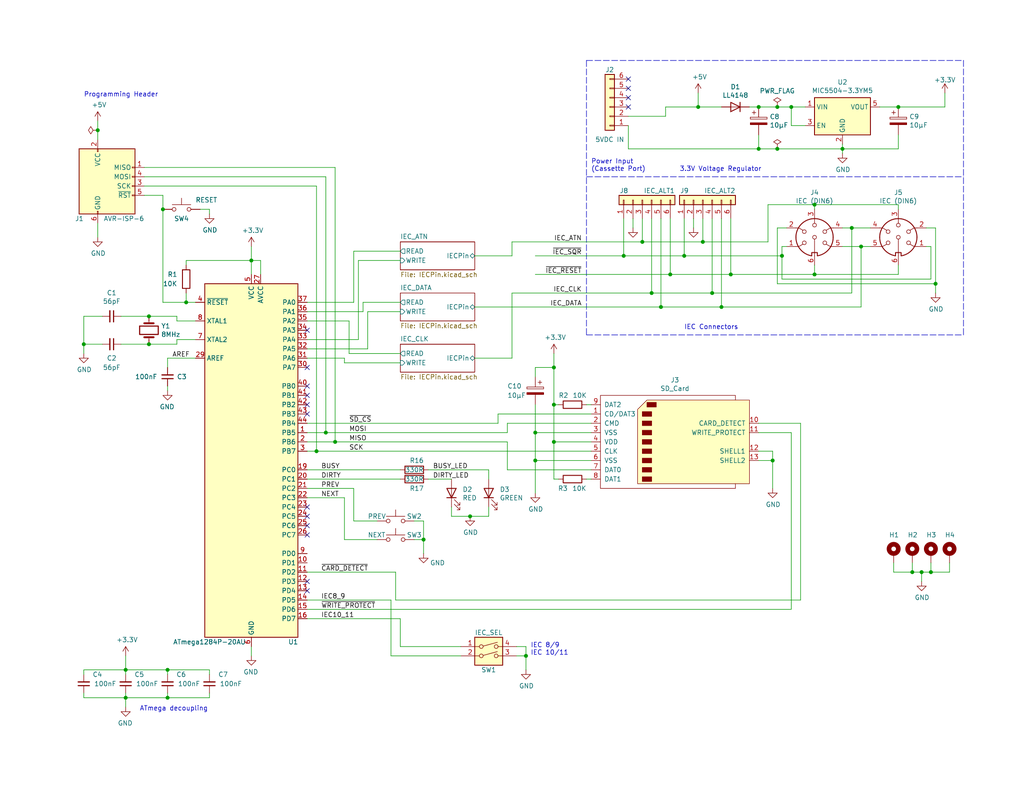
<source format=kicad_sch>
(kicad_sch (version 20211123) (generator eeschema)
  (paper "USLetter")
  (title_block (title "SD2IEC") (date "2022-09-18") (rev "A") (comment 1 "R2 R3 Can be omitted") (comment 2 "SW4 (Reset button) optional") (comment 3 "J5 (IEC Passtrough) optional"))
  (lib_symbols
    (symbol "Connector:AVR-ISP-6" (pin_names (offset 1.016))
      (property "Reference" "J" (at -6.35 11.43 0))
      (property "Value" "AVR-ISP-6" (at 0 11.43 0))
      (symbol "AVR-ISP-6_0_1"
        (rectangle (start -2.667 -6.858) (end -2.413 -7.62))
        (rectangle (start -2.667 10.16) (end -2.413 9.398))
        (rectangle (start 7.62 -2.413) (end 6.858 -2.667))
        (rectangle (start 7.62 0.127) (end 6.858 -0.127))
        (rectangle (start 7.62 2.667) (end 6.858 2.413))
        (rectangle (start 7.62 5.207) (end 6.858 4.953))
        (rectangle (start 7.62 10.16) (end -7.62 -7.62) (stroke (width 0.254)) (fill (type background)))
      )
      (symbol "AVR-ISP-6_1_1"
        (pin passive line (at 10.16 5.08 180) (length 2.54) (name "MISO") (number "1"))
        (pin passive line (at -2.54 12.7 270) (length 2.54) (name "VCC") (number "2"))
        (pin passive line (at 10.16 0 180) (length 2.54) (name "SCK") (number "3"))
        (pin passive line (at 10.16 2.54 180) (length 2.54) (name "MOSI") (number "4"))
        (pin passive line (at 10.16 -2.54 180) (length 2.54) (name "~{RST}") (number "5"))
        (pin passive line (at -2.54 -10.16 90) (length 2.54) (name "GND") (number "6"))
      )
    )
    (symbol "Connector:DIN-6" (pin_names (offset 1.016))
      (property "Reference" "J" (at 3.175 5.715 0))
      (property "Value" "DIN-6" (at 4.445 -4.445 0))
      (symbol "DIN-6_0_1"
        (arc (start -5.08 0) (mid -3.8609 -3.3364) (end -0.762 -5.08) (stroke (width 0.254)))
        (circle (center -2.794 -1.524) (radius 0.508))
        (circle (center -2.794 1.524) (radius 0.508))
        (polyline (pts (xy 0 -5.08) (xy 0 -0.508)))
        (polyline (pts (xy 0 5.08) (xy 0 3.81)))
        (polyline (pts (xy -5.08 -2.54) (xy -4.318 -2.54) (xy -3.175 -1.905)))
        (polyline (pts (xy -5.08 2.54) (xy -4.318 2.54) (xy -3.175 1.905)))
        (polyline (pts (xy 5.08 -2.54) (xy 4.318 -2.54) (xy 3.175 -1.905)))
        (polyline (pts (xy 5.08 2.54) (xy 4.318 2.54) (xy 3.175 1.905)))
        (polyline (pts (xy -0.762 -4.953) (xy -0.762 -4.191) (xy 0.762 -4.191) (xy 0.762 -4.953)) (stroke (width 0.254)))
        (circle (center 0 0) (radius 0.508))
        (circle (center 0 3.302) (radius 0.508))
        (arc (start 0.762 -5.08) (mid 3.8685 -3.343) (end 5.08 0) (stroke (width 0.254)))
        (circle (center 2.794 -1.524) (radius 0.508))
        (circle (center 2.794 1.524) (radius 0.508))
        (arc (start 5.08 0) (mid 0 5.08) (end -5.08 0) (stroke (width 0.254)))
      )
      (symbol "DIN-6_1_1"
        (pin passive line (at -7.62 -2.54 0) (length 2.54) (name "~") (number "1"))
        (pin passive line (at -7.62 2.54 0) (length 2.54) (name "~") (number "2"))
        (pin passive line (at 0 7.62 270) (length 2.54) (name "~") (number "3"))
        (pin passive line (at 7.62 2.54 180) (length 2.54) (name "~") (number "4"))
        (pin passive line (at 7.62 -2.54 180) (length 2.54) (name "~") (number "5"))
        (pin passive line (at 0 -7.62 90) (length 2.54) (name "~") (number "6"))
      )
    )
    (symbol "Connector:SD_Card" (pin_names (offset 1.016))
      (property "Reference" "J" (at -16.51 13.97 0))
      (property "Value" "SD_Card" (at 15.24 -13.97 0))
      (symbol "SD_Card_0_1"
        (rectangle (start -8.89 -9.525) (end -6.35 -10.795) (fill (type outline)))
        (rectangle (start -8.89 -6.985) (end -6.35 -8.255) (fill (type outline)))
        (rectangle (start -8.89 -4.445) (end -6.35 -5.715) (fill (type outline)))
        (rectangle (start -8.89 -1.905) (end -6.35 -3.175) (fill (type outline)))
        (rectangle (start -8.89 0.635) (end -6.35 -0.635) (fill (type outline)))
        (rectangle (start -8.89 3.175) (end -6.35 1.905) (fill (type outline)))
        (rectangle (start -8.89 5.715) (end -6.35 4.445) (fill (type outline)))
        (rectangle (start -8.89 8.255) (end -6.35 6.985) (fill (type outline)))
        (rectangle (start -7.62 10.795) (end -5.08 9.525) (fill (type outline)))
        (polyline (pts (xy -10.16 8.89) (xy -7.62 11.43) (xy 20.32 11.43) (xy 20.32 -11.43) (xy -10.16 -11.43) (xy -10.16 8.89)) (fill (type background)))
        (polyline (pts (xy 16.51 11.43) (xy 16.51 12.7) (xy -20.32 12.7) (xy -20.32 -12.7) (xy 16.51 -12.7) (xy 16.51 -11.43)))
      )
      (symbol "SD_Card_1_1"
        (pin input line (at -22.86 7.62 0) (length 2.54) (name "CD/DAT3") (number "1"))
        (pin input line (at 22.86 5.08 180) (length 2.54) (name "CARD_DETECT") (number "10"))
        (pin input line (at 22.86 2.54 180) (length 2.54) (name "WRITE_PROTECT") (number "11"))
        (pin input line (at 22.86 -2.54 180) (length 2.54) (name "SHELL1") (number "12"))
        (pin input line (at 22.86 -5.08 180) (length 2.54) (name "SHELL2") (number "13"))
        (pin input line (at -22.86 5.08 0) (length 2.54) (name "CMD") (number "2"))
        (pin power_in line (at -22.86 2.54 0) (length 2.54) (name "VSS") (number "3"))
        (pin power_in line (at -22.86 0 0) (length 2.54) (name "VDD") (number "4"))
        (pin input line (at -22.86 -2.54 0) (length 2.54) (name "CLK") (number "5"))
        (pin power_in line (at -22.86 -5.08 0) (length 2.54) (name "VSS") (number "6"))
        (pin input line (at -22.86 -7.62 0) (length 2.54) (name "DAT0") (number "7"))
        (pin input line (at -22.86 -10.16 0) (length 2.54) (name "DAT1") (number "8"))
        (pin input line (at -22.86 10.16 0) (length 2.54) (name "DAT2") (number "9"))
      )
    )
    (symbol "Connector_Generic:Conn_01x06" (pin_names (offset 1.016) hide)
      (property "Reference" "J" (at 0 7.62 0))
      (property "Value" "Conn_01x06" (at 0 -10.16 0))
      (symbol "Conn_01x06_1_1"
        (rectangle (start -1.27 -7.493) (end 0 -7.747) (stroke (width 0.1524)))
        (rectangle (start -1.27 -4.953) (end 0 -5.207) (stroke (width 0.1524)))
        (rectangle (start -1.27 -2.413) (end 0 -2.667) (stroke (width 0.1524)))
        (rectangle (start -1.27 0.127) (end 0 -0.127) (stroke (width 0.1524)))
        (rectangle (start -1.27 2.667) (end 0 2.413) (stroke (width 0.1524)))
        (rectangle (start -1.27 5.207) (end 0 4.953) (stroke (width 0.1524)))
        (rectangle (start -1.27 6.35) (end 1.27 -8.89) (stroke (width 0.254)) (fill (type background)))
        (pin passive line (at -5.08 5.08 0) (length 3.81) (name "Pin_1") (number "1"))
        (pin passive line (at -5.08 2.54 0) (length 3.81) (name "Pin_2") (number "2"))
        (pin passive line (at -5.08 0 0) (length 3.81) (name "Pin_3") (number "3"))
        (pin passive line (at -5.08 -2.54 0) (length 3.81) (name "Pin_4") (number "4"))
        (pin passive line (at -5.08 -5.08 0) (length 3.81) (name "Pin_5") (number "5"))
        (pin passive line (at -5.08 -7.62 0) (length 3.81) (name "Pin_6") (number "6"))
      )
    )
    (symbol "Device:C_Polarized" (pin_numbers hide) (pin_names (offset 0.254))
      (property "Reference" "C" (at 0.635 2.54 0))
      (property "Value" "C_Polarized" (at 0.635 -2.54 0))
      (symbol "C_Polarized_0_1"
        (rectangle (start -2.286 0.508) (end 2.286 1.016))
        (polyline (pts (xy -1.778 2.286) (xy -0.762 2.286)))
        (polyline (pts (xy -1.27 2.794) (xy -1.27 1.778)))
        (rectangle (start 2.286 -0.508) (end -2.286 -1.016) (fill (type outline)))
      )
      (symbol "C_Polarized_1_1"
        (pin passive line (at 0 3.81 270) (length 2.794) (name "~") (number "1"))
        (pin passive line (at 0 -3.81 90) (length 2.794) (name "~") (number "2"))
      )
    )
    (symbol "Device:C_Small" (pin_numbers hide) (pin_names (offset 0.254) hide)
      (property "Reference" "C" (at 0.254 1.778 0))
      (property "Value" "C_Small" (at 0.254 -2.032 0))
      (symbol "C_Small_0_1"
        (polyline (pts (xy -1.524 -0.508) (xy 1.524 -0.508)) (stroke (width 0.3302)))
        (polyline (pts (xy -1.524 0.508) (xy 1.524 0.508)) (stroke (width 0.3048)))
      )
      (symbol "C_Small_1_1"
        (pin passive line (at 0 2.54 270) (length 2.032) (name "~") (number "1"))
        (pin passive line (at 0 -2.54 90) (length 2.032) (name "~") (number "2"))
      )
    )
    (symbol "Device:Crystal" (pin_numbers hide) (pin_names (offset 1.016) hide)
      (property "Reference" "Y" (at 0 3.81 0))
      (property "Value" "Crystal" (at 0 -3.81 0))
      (symbol "Crystal_0_1"
        (rectangle (start -1.143 2.54) (end 1.143 -2.54) (stroke (width 0.3048)))
        (polyline (pts (xy -2.54 0) (xy -1.905 0)))
        (polyline (pts (xy -1.905 -1.27) (xy -1.905 1.27)) (stroke (width 0.508)))
        (polyline (pts (xy 1.905 -1.27) (xy 1.905 1.27)) (stroke (width 0.508)))
        (polyline (pts (xy 2.54 0) (xy 1.905 0)))
      )
      (symbol "Crystal_1_1"
        (pin passive line (at -3.81 0 0) (length 1.27) (name "1") (number "1"))
        (pin passive line (at 3.81 0 180) (length 1.27) (name "2") (number "2"))
      )
    )
    (symbol "Device:LED" (pin_numbers hide) (pin_names (offset 1.016) hide)
      (property "Reference" "D" (at 0 2.54 0))
      (property "Value" "LED" (at 0 -2.54 0))
      (symbol "LED_0_1"
        (polyline (pts (xy -1.27 -1.27) (xy -1.27 1.27)) (stroke (width 0.254)))
        (polyline (pts (xy -1.27 0) (xy 1.27 0)))
        (polyline (pts (xy 1.27 -1.27) (xy 1.27 1.27) (xy -1.27 0) (xy 1.27 -1.27)) (stroke (width 0.254)))
        (polyline (pts (xy -3.048 -0.762) (xy -4.572 -2.286) (xy -3.81 -2.286) (xy -4.572 -2.286) (xy -4.572 -1.524)))
        (polyline (pts (xy -1.778 -0.762) (xy -3.302 -2.286) (xy -2.54 -2.286) (xy -3.302 -2.286) (xy -3.302 -1.524)))
      )
      (symbol "LED_1_1"
        (pin passive line (at -3.81 0 0) (length 2.54) (name "K") (number "1"))
        (pin passive line (at 3.81 0 180) (length 2.54) (name "A") (number "2"))
      )
    )
    (symbol "Device:R" (pin_numbers hide) (pin_names (offset 0))
      (property "Reference" "R" (at 2.032 0 90))
      (property "Value" "R" (at 0 0 90))
      (symbol "R_0_1"
        (rectangle (start -1.016 -2.54) (end 1.016 2.54) (stroke (width 0.254)))
      )
      (symbol "R_1_1"
        (pin passive line (at 0 3.81 270) (length 1.27) (name "~") (number "1"))
        (pin passive line (at 0 -3.81 90) (length 1.27) (name "~") (number "2"))
      )
    )
    (symbol "Diode:LL4148" (pin_numbers hide) (pin_names (offset 1.016) hide)
      (property "Reference" "D" (at 0 2.54 0))
      (property "Value" "LL4148" (at 0 -2.54 0))
      (symbol "LL4148_0_1"
        (polyline (pts (xy -1.27 1.27) (xy -1.27 -1.27)) (stroke (width 0.254)))
        (polyline (pts (xy 1.27 0) (xy -1.27 0)))
        (polyline (pts (xy 1.27 1.27) (xy 1.27 -1.27) (xy -1.27 0) (xy 1.27 1.27)) (stroke (width 0.254)))
      )
      (symbol "LL4148_1_1"
        (pin passive line (at -3.81 0 0) (length 2.54) (name "K") (number "1"))
        (pin passive line (at 3.81 0 180) (length 2.54) (name "A") (number "2"))
      )
    )
    (symbol "MCU_Microchip_ATmega:ATmega1284P-A"
      (property "Reference" "U" (at -12.7 49.53 0))
      (property "Value" "ATmega1284P-A" (at 2.54 -49.53 0))
      (symbol "ATmega1284P-A_0_1"
        (rectangle (start -12.7 -48.26) (end 12.7 48.26) (stroke (width 0.254)) (fill (type background)))
      )
      (symbol "ATmega1284P-A_1_1"
        (pin bidirectional line (at 15.24 7.62 180) (length 2.54) (name "PB5") (number "1"))
        (pin bidirectional line (at 15.24 -27.94 180) (length 2.54) (name "PD1") (number "10"))
        (pin bidirectional line (at 15.24 -30.48 180) (length 2.54) (name "PD2") (number "11"))
        (pin bidirectional line (at 15.24 -33.02 180) (length 2.54) (name "PD3") (number "12"))
        (pin bidirectional line (at 15.24 -35.56 180) (length 2.54) (name "PD4") (number "13"))
        (pin bidirectional line (at 15.24 -38.1 180) (length 2.54) (name "PD5") (number "14"))
        (pin bidirectional line (at 15.24 -40.64 180) (length 2.54) (name "PD6") (number "15"))
        (pin bidirectional line (at 15.24 -43.18 180) (length 2.54) (name "PD7") (number "16"))
        (pin passive line (at 0 50.8 270) (length 2.54) hide (name "VCC") (number "17"))
        (pin passive line (at 0 -50.8 90) (length 2.54) hide (name "GND") (number "18"))
        (pin bidirectional line (at 15.24 -2.54 180) (length 2.54) (name "PC0") (number "19"))
        (pin bidirectional line (at 15.24 5.08 180) (length 2.54) (name "PB6") (number "2"))
        (pin bidirectional line (at 15.24 -5.08 180) (length 2.54) (name "PC1") (number "20"))
        (pin bidirectional line (at 15.24 -7.62 180) (length 2.54) (name "PC2") (number "21"))
        (pin bidirectional line (at 15.24 -10.16 180) (length 2.54) (name "PC3") (number "22"))
        (pin bidirectional line (at 15.24 -12.7 180) (length 2.54) (name "PC4") (number "23"))
        (pin bidirectional line (at 15.24 -15.24 180) (length 2.54) (name "PC5") (number "24"))
        (pin bidirectional line (at 15.24 -17.78 180) (length 2.54) (name "PC6") (number "25"))
        (pin bidirectional line (at 15.24 -20.32 180) (length 2.54) (name "PC7") (number "26"))
        (pin power_in line (at 2.54 50.8 270) (length 2.54) (name "AVCC") (number "27"))
        (pin passive line (at 0 -50.8 90) (length 2.54) hide (name "GND") (number "28"))
        (pin passive line (at -15.24 27.94 0) (length 2.54) (name "AREF") (number "29"))
        (pin bidirectional line (at 15.24 2.54 180) (length 2.54) (name "PB7") (number "3"))
        (pin bidirectional line (at 15.24 25.4 180) (length 2.54) (name "PA7") (number "30"))
        (pin bidirectional line (at 15.24 27.94 180) (length 2.54) (name "PA6") (number "31"))
        (pin bidirectional line (at 15.24 30.48 180) (length 2.54) (name "PA5") (number "32"))
        (pin bidirectional line (at 15.24 33.02 180) (length 2.54) (name "PA4") (number "33"))
        (pin bidirectional line (at 15.24 35.56 180) (length 2.54) (name "PA3") (number "34"))
        (pin bidirectional line (at 15.24 38.1 180) (length 2.54) (name "PA2") (number "35"))
        (pin bidirectional line (at 15.24 40.64 180) (length 2.54) (name "PA1") (number "36"))
        (pin bidirectional line (at 15.24 43.18 180) (length 2.54) (name "PA0") (number "37"))
        (pin passive line (at 0 50.8 270) (length 2.54) hide (name "VCC") (number "38"))
        (pin passive line (at 0 -50.8 90) (length 2.54) hide (name "GND") (number "39"))
        (pin input line (at -15.24 43.18 0) (length 2.54) (name "~{RESET}") (number "4"))
        (pin bidirectional line (at 15.24 20.32 180) (length 2.54) (name "PB0") (number "40"))
        (pin bidirectional line (at 15.24 17.78 180) (length 2.54) (name "PB1") (number "41"))
        (pin bidirectional line (at 15.24 15.24 180) (length 2.54) (name "PB2") (number "42"))
        (pin bidirectional line (at 15.24 12.7 180) (length 2.54) (name "PB3") (number "43"))
        (pin bidirectional line (at 15.24 10.16 180) (length 2.54) (name "PB4") (number "44"))
        (pin power_in line (at 0 50.8 270) (length 2.54) (name "VCC") (number "5"))
        (pin power_in line (at 0 -50.8 90) (length 2.54) (name "GND") (number "6"))
        (pin output line (at -15.24 33.02 0) (length 2.54) (name "XTAL2") (number "7"))
        (pin input line (at -15.24 38.1 0) (length 2.54) (name "XTAL1") (number "8"))
        (pin bidirectional line (at 15.24 -25.4 180) (length 2.54) (name "PD0") (number "9"))
      )
    )
    (symbol "Mechanical:MountingHole_Pad" (pin_numbers hide) (pin_names (offset 1.016) hide)
      (property "Reference" "H" (at 0 6.35 0))
      (property "Value" "MountingHole_Pad" (at 0 4.445 0))
      (symbol "MountingHole_Pad_0_1"
        (circle (center 0 1.27) (radius 1.27) (stroke (width 1.27)))
      )
      (symbol "MountingHole_Pad_1_1"
        (pin input line (at 0 -2.54 90) (length 2.54) (name "1") (number "1"))
      )
    )
    (symbol "Regulator_Linear:MIC5504-3.3YM5"
      (property "Reference" "U" (at -7.62 8.89 0))
      (property "Value" "MIC5504-3.3YM5" (at -7.62 6.35 0))
      (symbol "MIC5504-3.3YM5_0_1"
        (rectangle (start -7.62 -5.08) (end 7.62 5.08) (stroke (width 0.254)) (fill (type background)))
      )
      (symbol "MIC5504-3.3YM5_1_1"
        (pin power_in line (at -10.16 2.54 0) (length 2.54) (name "VIN") (number "1"))
        (pin power_in line (at 0 -7.62 90) (length 2.54) (name "GND") (number "2"))
        (pin input line (at -10.16 -2.54 0) (length 2.54) (name "EN") (number "3"))
        (pin no_connect line (at 7.62 -2.54 180) (length 2.54) hide (name "NC") (number "4"))
        (pin power_out line (at 10.16 2.54 180) (length 2.54) (name "VOUT") (number "5"))
      )
    )
    (symbol "Switch:SW_DIP_x02" (pin_names (offset 0) hide)
      (property "Reference" "SW" (at 0 6.35 0))
      (property "Value" "SW_DIP_x02" (at 0 -3.81 0))
      (symbol "SW_DIP_x02_0_0"
        (circle (center -2.032 0) (radius 0.508))
        (circle (center -2.032 2.54) (radius 0.508))
        (polyline (pts (xy -1.524 0.127) (xy 2.3622 1.1684)))
        (polyline (pts (xy -1.524 2.667) (xy 2.3622 3.7084)))
        (circle (center 2.032 0) (radius 0.508))
        (circle (center 2.032 2.54) (radius 0.508))
      )
      (symbol "SW_DIP_x02_0_1"
        (rectangle (start -3.81 5.08) (end 3.81 -2.54) (stroke (width 0.254)) (fill (type background)))
      )
      (symbol "SW_DIP_x02_1_1"
        (pin passive line (at -7.62 2.54 0) (length 5.08) (name "~") (number "1"))
        (pin passive line (at -7.62 0 0) (length 5.08) (name "~") (number "2"))
        (pin passive line (at 7.62 0 180) (length 5.08) (name "~") (number "3"))
        (pin passive line (at 7.62 2.54 180) (length 5.08) (name "~") (number "4"))
      )
    )
    (symbol "Switch:SW_Push" (pin_numbers hide) (pin_names (offset 1.016) hide)
      (property "Reference" "SW" (at 1.27 2.54 0))
      (property "Value" "SW_Push" (at 0 -1.524 0))
      (symbol "SW_Push_0_1"
        (circle (center -2.032 0) (radius 0.508))
        (polyline (pts (xy 0 1.27) (xy 0 3.048)))
        (polyline (pts (xy 2.54 1.27) (xy -2.54 1.27)))
        (circle (center 2.032 0) (radius 0.508))
        (pin passive line (at -5.08 0 0) (length 2.54) (name "1") (number "1"))
        (pin passive line (at 5.08 0 180) (length 2.54) (name "2") (number "2"))
      )
    )
    (symbol "power:+3.3V" (power) (pin_names (offset 0))
      (property "Value" "+3.3V" (at 0 3.556 0))
      (symbol "+3.3V_0_1"
        (polyline (pts (xy -0.762 1.27) (xy 0 2.54)))
        (polyline (pts (xy 0 0) (xy 0 2.54)))
        (polyline (pts (xy 0 2.54) (xy 0.762 1.27)))
      )
      (symbol "+3.3V_1_1"
        (pin power_in line (at 0 0 90) (length 0) hide (name "+3.3V") (number "1"))
      )
    )
    (symbol "power:+5V" (power) (pin_names (offset 0))
      (property "Value" "+5V" (at 0 3.556 0))
      (symbol "+5V_0_1"
        (polyline (pts (xy -0.762 1.27) (xy 0 2.54)))
        (polyline (pts (xy 0 0) (xy 0 2.54)))
        (polyline (pts (xy 0 2.54) (xy 0.762 1.27)))
      )
      (symbol "+5V_1_1"
        (pin power_in line (at 0 0 90) (length 0) hide (name "+5V") (number "1"))
      )
    )
    (symbol "power:GND" (power) (pin_names (offset 0))
      (property "Value" "GND" (at 0 -3.81 0))
      (symbol "GND_0_1"
        (polyline (pts (xy 0 0) (xy 0 -1.27) (xy 1.27 -1.27) (xy 0 -2.54) (xy -1.27 -1.27) (xy 0 -1.27)))
      )
      (symbol "GND_1_1"
        (pin power_in line (at 0 0 270) (length 0) hide (name "GND") (number "1"))
      )
    )
    (symbol "power:PWR_FLAG" (power) (pin_numbers hide) (pin_names (offset 0) hide)
      (property "Value" "PWR_FLAG" (at 0 3.81 0))
      (symbol "PWR_FLAG_0_0"
        (pin power_out line (at 0 0 90) (length 0) (name "pwr") (number "1"))
      )
      (symbol "PWR_FLAG_0_1"
        (polyline (pts (xy 0 0) (xy 0 1.27) (xy -1.016 1.905) (xy 0 2.54) (xy 1.016 1.905) (xy 0 1.27)))
      )
    )
  )
  (junction (at 190.5 29.21))
  (junction (at 254 156.21))
  (junction (at 207.01 29.21))
  (junction (at 232.41 62.23))
  (junction (at 34.29 182.88))
  (junction (at 170.18 69.85))
  (junction (at 34.29 190.5))
  (junction (at 210.82 125.73))
  (junction (at 44.45 57.15))
  (junction (at 229.87 40.64))
  (junction (at 151.13 120.65))
  (junction (at 40.64 93.98))
  (junction (at 88.9 118.11))
  (junction (at 40.64 86.36))
  (junction (at 255.27 77.47))
  (junction (at 196.85 83.82))
  (junction (at 222.25 74.93))
  (junction (at 182.88 74.93))
  (junction (at 45.72 182.88))
  (junction (at 251.46 156.21))
  (junction (at 248.92 156.21))
  (junction (at 143.51 179.07))
  (junction (at 177.8 80.01))
  (junction (at 151.13 110.49))
  (junction (at 186.69 69.85))
  (junction (at 245.11 29.21))
  (junction (at 175.26 66.04))
  (junction (at 215.9 29.21))
  (junction (at 234.95 67.31))
  (junction (at 191.77 66.04))
  (junction (at 22.86 93.98))
  (junction (at 115.57 147.32))
  (junction (at 50.8 82.55))
  (junction (at 212.09 40.64))
  (junction (at 146.05 125.73))
  (junction (at 207.01 40.64))
  (junction (at 151.13 100.33))
  (junction (at 45.72 190.5))
  (junction (at 212.09 29.21))
  (junction (at 222.25 55.88))
  (junction (at 128.27 140.97))
  (junction (at 180.34 83.82))
  (junction (at 146.05 118.11))
  (junction (at 194.31 80.01))
  (junction (at 213.36 69.85))
  (junction (at 26.67 35.56))
  (junction (at 68.58 71.12))
  (junction (at 91.44 120.65))
  (junction (at 199.39 74.93))
  (junction (at 86.36 123.19))
  (no_connect (at 83.82 90.17))
  (no_connect (at 83.82 107.95))
  (no_connect (at 83.82 105.41))
  (no_connect (at 83.82 158.75))
  (no_connect (at 83.82 138.43))
  (no_connect (at 83.82 140.97))
  (no_connect (at 83.82 143.51))
  (no_connect (at 83.82 146.05))
  (no_connect (at 83.82 161.29))
  (no_connect (at 171.45 21.59))
  (no_connect (at 171.45 24.13))
  (no_connect (at 171.45 26.67))
  (no_connect (at 171.45 29.21))
  (no_connect (at 83.82 100.33))
  (no_connect (at 83.82 113.03))
  (no_connect (at 83.82 110.49))
  (wire (pts (xy 48.26 92.71) (xy 53.34 92.71)))
  (wire (pts (xy 232.41 62.23) (xy 237.49 62.23)))
  (wire (pts (xy 170.18 59.69) (xy 170.18 69.85)))
  (wire (pts (xy 96.52 142.24) (xy 102.87 142.24)))
  (wire (pts (xy 96.52 68.58) (xy 109.22 68.58)))
  (wire (pts (xy 210.82 125.73) (xy 210.82 133.35)))
  (wire (pts (xy 191.77 66.04) (xy 209.55 66.04)))
  (wire (pts (xy 207.01 36.83) (xy 207.01 40.64)))
  (wire (pts (xy 215.9 166.37) (xy 83.82 166.37)))
  (wire (pts (xy 209.55 55.88) (xy 222.25 55.88)))
  (wire (pts (xy 135.89 115.57) (xy 135.89 113.03)))
  (wire (pts (xy 91.44 120.65) (xy 138.43 120.65)))
  (wire (pts (xy 219.71 34.29) (xy 215.9 34.29)))
  (wire (pts (xy 161.29 125.73) (xy 146.05 125.73)))
  (wire (pts (xy 240.03 29.21) (xy 245.11 29.21)))
  (wire (pts (xy 175.26 59.69) (xy 175.26 66.04)))
  (wire (pts (xy 151.13 130.81) (xy 152.4 130.81)))
  (wire (pts (xy 57.15 182.88) (xy 45.72 182.88)))
  (wire (pts (xy 210.82 123.19) (xy 210.82 125.73)))
  (wire (pts (xy 95.25 87.63) (xy 95.25 96.52)))
  (wire (pts (xy 83.82 163.83) (xy 106.68 163.83)))
  (wire (pts (xy 26.67 35.56) (xy 26.67 38.1)))
  (wire (pts (xy 88.9 48.26) (xy 88.9 118.11)))
  (polyline (pts (xy 160.02 16.51) (xy 160.02 91.44)))
  (wire (pts (xy 171.45 40.64) (xy 207.01 40.64)))
  (wire (pts (xy 222.25 55.88) (xy 245.11 55.88)))
  (wire (pts (xy 229.87 40.64) (xy 229.87 39.37)))
  (wire (pts (xy 213.36 69.85) (xy 213.36 67.31)))
  (wire (pts (xy 83.82 115.57) (xy 135.89 115.57)))
  (wire (pts (xy 177.8 59.69) (xy 177.8 80.01)))
  (wire (pts (xy 151.13 120.65) (xy 151.13 130.81)))
  (wire (pts (xy 93.98 135.89) (xy 93.98 147.32)))
  (wire (pts (xy 194.31 59.69) (xy 194.31 80.01)))
  (wire (pts (xy 252.73 67.31) (xy 254 67.31)))
  (wire (pts (xy 138.43 115.57) (xy 161.29 115.57)))
  (wire (pts (xy 194.31 80.01) (xy 232.41 80.01)))
  (wire (pts (xy 139.7 69.85) (xy 129.54 69.85)))
  (wire (pts (xy 40.64 93.98) (xy 48.26 93.98)))
  (wire (pts (xy 39.37 53.34) (xy 44.45 53.34)))
  (wire (pts (xy 95.25 96.52) (xy 109.22 96.52)))
  (wire (pts (xy 212.09 62.23) (xy 212.09 77.47)))
  (wire (pts (xy 106.68 179.07) (xy 125.73 179.07)))
  (polyline (pts (xy 160.02 48.26) (xy 262.89 48.26)))
  (wire (pts (xy 232.41 62.23) (xy 232.41 80.01)))
  (wire (pts (xy 99.06 82.55) (xy 109.22 82.55)))
  (wire (pts (xy 50.8 80.01) (xy 50.8 82.55)))
  (wire (pts (xy 68.58 179.07) (xy 68.58 176.53)))
  (wire (pts (xy 45.72 105.41) (xy 45.72 106.68)))
  (wire (pts (xy 97.79 71.12) (xy 109.22 71.12)))
  (wire (pts (xy 88.9 118.11) (xy 83.82 118.11)))
  (wire (pts (xy 48.26 86.36) (xy 40.64 86.36)))
  (wire (pts (xy 212.09 29.21) (xy 215.9 29.21)))
  (wire (pts (xy 68.58 67.31) (xy 68.58 71.12)))
  (wire (pts (xy 22.86 86.36) (xy 27.94 86.36)))
  (wire (pts (xy 254 153.67) (xy 254 156.21)))
  (wire (pts (xy 255.27 77.47) (xy 255.27 62.23)))
  (wire (pts (xy 26.67 33.02) (xy 26.67 35.56)))
  (wire (pts (xy 106.68 163.83) (xy 106.68 179.07)))
  (wire (pts (xy 207.01 115.57) (xy 218.44 115.57)))
  (wire (pts (xy 151.13 120.65) (xy 161.29 120.65)))
  (wire (pts (xy 143.51 179.07) (xy 143.51 182.88)))
  (wire (pts (xy 116.84 130.81) (xy 123.19 130.81)))
  (wire (pts (xy 45.72 189.23) (xy 45.72 190.5)))
  (wire (pts (xy 83.82 128.27) (xy 109.22 128.27)))
  (wire (pts (xy 22.86 190.5) (xy 22.86 189.23)))
  (wire (pts (xy 26.67 64.77) (xy 26.67 60.96)))
  (wire (pts (xy 171.45 40.64) (xy 171.45 34.29)))
  (wire (pts (xy 140.97 176.53) (xy 143.51 176.53)))
  (polyline (pts (xy 160.02 16.51) (xy 262.89 16.51)))
  (wire (pts (xy 34.29 189.23) (xy 34.29 190.5)))
  (wire (pts (xy 53.34 97.79) (xy 45.72 97.79)))
  (wire (pts (xy 71.12 74.93) (xy 71.12 71.12)))
  (wire (pts (xy 212.09 77.47) (xy 255.27 77.47)))
  (wire (pts (xy 212.09 40.64) (xy 229.87 40.64)))
  (wire (pts (xy 182.88 59.69) (xy 182.88 74.93)))
  (wire (pts (xy 109.22 176.53) (xy 125.73 176.53)))
  (wire (pts (xy 50.8 72.39) (xy 50.8 71.12)))
  (wire (pts (xy 139.7 66.04) (xy 139.7 69.85)))
  (wire (pts (xy 116.84 128.27) (xy 133.35 128.27)))
  (wire (pts (xy 83.82 82.55) (xy 96.52 82.55)))
  (wire (pts (xy 222.25 72.39) (xy 222.25 74.93)))
  (wire (pts (xy 68.58 74.93) (xy 68.58 71.12)))
  (wire (pts (xy 254 156.21) (xy 259.08 156.21)))
  (wire (pts (xy 191.77 59.69) (xy 191.77 66.04)))
  (wire (pts (xy 133.35 128.27) (xy 133.35 130.81)))
  (wire (pts (xy 251.46 156.21) (xy 254 156.21)))
  (wire (pts (xy 181.61 31.75) (xy 181.61 29.21)))
  (wire (pts (xy 107.95 156.21) (xy 107.95 163.83)))
  (wire (pts (xy 207.01 125.73) (xy 210.82 125.73)))
  (wire (pts (xy 229.87 41.91) (xy 229.87 40.64)))
  (wire (pts (xy 207.01 118.11) (xy 215.9 118.11)))
  (wire (pts (xy 93.98 97.79) (xy 93.98 99.06)))
  (wire (pts (xy 86.36 123.19) (xy 161.29 123.19)))
  (wire (pts (xy 22.86 190.5) (xy 34.29 190.5)))
  (wire (pts (xy 251.46 156.21) (xy 251.46 158.75)))
  (wire (pts (xy 100.33 95.25) (xy 100.33 85.09)))
  (wire (pts (xy 139.7 80.01) (xy 139.7 97.79)))
  (wire (pts (xy 214.63 62.23) (xy 212.09 62.23)))
  (wire (pts (xy 234.95 67.31) (xy 234.95 83.82)))
  (wire (pts (xy 138.43 128.27) (xy 161.29 128.27)))
  (wire (pts (xy 255.27 62.23) (xy 252.73 62.23)))
  (wire (pts (xy 107.95 163.83) (xy 218.44 163.83)))
  (wire (pts (xy 175.26 66.04) (xy 191.77 66.04)))
  (wire (pts (xy 151.13 100.33) (xy 151.13 96.52)))
  (wire (pts (xy 138.43 120.65) (xy 138.43 128.27)))
  (wire (pts (xy 170.18 69.85) (xy 186.69 69.85)))
  (wire (pts (xy 83.82 120.65) (xy 91.44 120.65)))
  (wire (pts (xy 243.84 156.21) (xy 248.92 156.21)))
  (wire (pts (xy 83.82 97.79) (xy 93.98 97.79)))
  (wire (pts (xy 48.26 87.63) (xy 48.26 86.36)))
  (wire (pts (xy 83.82 156.21) (xy 107.95 156.21)))
  (wire (pts (xy 97.79 92.71) (xy 97.79 71.12)))
  (wire (pts (xy 83.82 95.25) (xy 100.33 95.25)))
  (wire (pts (xy 83.82 133.35) (xy 96.52 133.35)))
  (wire (pts (xy 115.57 147.32) (xy 115.57 151.13)))
  (wire (pts (xy 199.39 74.93) (xy 222.25 74.93)))
  (wire (pts (xy 254 67.31) (xy 254 76.2)))
  (wire (pts (xy 171.45 31.75) (xy 181.61 31.75)))
  (wire (pts (xy 83.82 123.19) (xy 86.36 123.19)))
  (wire (pts (xy 100.33 85.09) (xy 109.22 85.09)))
  (wire (pts (xy 190.5 25.4) (xy 190.5 29.21)))
  (wire (pts (xy 207.01 40.64) (xy 212.09 40.64)))
  (wire (pts (xy 50.8 71.12) (xy 68.58 71.12)))
  (wire (pts (xy 229.87 62.23) (xy 232.41 62.23)))
  (wire (pts (xy 50.8 82.55) (xy 44.45 82.55)))
  (wire (pts (xy 27.94 93.98) (xy 22.86 93.98)))
  (wire (pts (xy 204.47 29.21) (xy 207.01 29.21)))
  (wire (pts (xy 22.86 93.98) (xy 22.86 86.36)))
  (wire (pts (xy 255.27 80.01) (xy 255.27 77.47)))
  (wire (pts (xy 123.19 140.97) (xy 128.27 140.97)))
  (wire (pts (xy 45.72 190.5) (xy 57.15 190.5)))
  (wire (pts (xy 22.86 182.88) (xy 22.86 184.15)))
  (wire (pts (xy 151.13 110.49) (xy 151.13 120.65)))
  (wire (pts (xy 222.25 57.15) (xy 222.25 55.88)))
  (wire (pts (xy 138.43 118.11) (xy 138.43 115.57)))
  (wire (pts (xy 259.08 153.67) (xy 259.08 156.21)))
  (wire (pts (xy 189.23 59.69) (xy 189.23 62.23)))
  (wire (pts (xy 172.72 59.69) (xy 172.72 62.23)))
  (wire (pts (xy 115.57 147.32) (xy 113.03 147.32)))
  (wire (pts (xy 57.15 182.88) (xy 57.15 184.15)))
  (wire (pts (xy 140.97 179.07) (xy 143.51 179.07)))
  (wire (pts (xy 215.9 34.29) (xy 215.9 29.21)))
  (wire (pts (xy 257.81 25.4) (xy 257.81 29.21)))
  (wire (pts (xy 196.85 83.82) (xy 234.95 83.82)))
  (wire (pts (xy 245.11 55.88) (xy 245.11 57.15)))
  (wire (pts (xy 190.5 29.21) (xy 196.85 29.21)))
  (wire (pts (xy 96.52 82.55) (xy 96.52 68.58)))
  (wire (pts (xy 113.03 142.24) (xy 115.57 142.24)))
  (wire (pts (xy 83.82 85.09) (xy 99.06 85.09)))
  (wire (pts (xy 182.88 74.93) (xy 199.39 74.93)))
  (wire (pts (xy 34.29 182.88) (xy 22.86 182.88)))
  (wire (pts (xy 207.01 29.21) (xy 212.09 29.21)))
  (wire (pts (xy 160.02 110.49) (xy 161.29 110.49)))
  (wire (pts (xy 39.37 45.72) (xy 91.44 45.72)))
  (wire (pts (xy 109.22 168.91) (xy 109.22 176.53)))
  (wire (pts (xy 218.44 115.57) (xy 218.44 163.83)))
  (wire (pts (xy 146.05 118.11) (xy 146.05 125.73)))
  (wire (pts (xy 133.35 138.43) (xy 133.35 140.97)))
  (wire (pts (xy 57.15 58.42) (xy 57.15 57.15)))
  (wire (pts (xy 34.29 193.04) (xy 34.29 190.5)))
  (wire (pts (xy 229.87 67.31) (xy 234.95 67.31)))
  (wire (pts (xy 245.11 40.64) (xy 229.87 40.64)))
  (wire (pts (xy 45.72 182.88) (xy 34.29 182.88)))
  (wire (pts (xy 39.37 48.26) (xy 88.9 48.26)))
  (wire (pts (xy 115.57 142.24) (xy 115.57 147.32)))
  (wire (pts (xy 123.19 138.43) (xy 123.19 140.97)))
  (wire (pts (xy 146.05 69.85) (xy 170.18 69.85)))
  (wire (pts (xy 99.06 85.09) (xy 99.06 82.55)))
  (wire (pts (xy 83.82 168.91) (xy 109.22 168.91)))
  (wire (pts (xy 146.05 102.87) (xy 146.05 100.33)))
  (wire (pts (xy 93.98 99.06) (xy 109.22 99.06)))
  (wire (pts (xy 160.02 130.81) (xy 161.29 130.81)))
  (wire (pts (xy 161.29 118.11) (xy 146.05 118.11)))
  (wire (pts (xy 254 76.2) (xy 213.36 76.2)))
  (wire (pts (xy 135.89 113.03) (xy 161.29 113.03)))
  (wire (pts (xy 71.12 71.12) (xy 68.58 71.12)))
  (wire (pts (xy 143.51 176.53) (xy 143.51 179.07)))
  (wire (pts (xy 207.01 123.19) (xy 210.82 123.19)))
  (wire (pts (xy 152.4 110.49) (xy 151.13 110.49)))
  (wire (pts (xy 91.44 45.72) (xy 91.44 120.65)))
  (wire (pts (xy 213.36 67.31) (xy 214.63 67.31)))
  (wire (pts (xy 199.39 59.69) (xy 199.39 74.93)))
  (wire (pts (xy 39.37 50.8) (xy 86.36 50.8)))
  (wire (pts (xy 34.29 190.5) (xy 45.72 190.5)))
  (wire (pts (xy 139.7 97.79) (xy 129.54 97.79)))
  (wire (pts (xy 186.69 69.85) (xy 213.36 69.85)))
  (wire (pts (xy 151.13 100.33) (xy 146.05 100.33)))
  (wire (pts (xy 57.15 190.5) (xy 57.15 189.23)))
  (wire (pts (xy 248.92 153.67) (xy 248.92 156.21)))
  (wire (pts (xy 45.72 100.33) (xy 45.72 97.79)))
  (polyline (pts (xy 160.02 91.44) (xy 262.89 91.44)))
  (wire (pts (xy 44.45 82.55) (xy 44.45 57.15)))
  (wire (pts (xy 83.82 130.81) (xy 109.22 130.81)))
  (wire (pts (xy 209.55 66.04) (xy 209.55 55.88)))
  (wire (pts (xy 245.11 29.21) (xy 257.81 29.21)))
  (wire (pts (xy 213.36 76.2) (xy 213.36 69.85)))
  (wire (pts (xy 215.9 29.21) (xy 219.71 29.21)))
  (wire (pts (xy 196.85 59.69) (xy 196.85 83.82)))
  (wire (pts (xy 34.29 182.88) (xy 34.29 184.15)))
  (wire (pts (xy 243.84 153.67) (xy 243.84 156.21)))
  (wire (pts (xy 215.9 118.11) (xy 215.9 166.37)))
  (wire (pts (xy 93.98 147.32) (xy 102.87 147.32)))
  (wire (pts (xy 83.82 135.89) (xy 93.98 135.89)))
  (wire (pts (xy 83.82 87.63) (xy 95.25 87.63)))
  (wire (pts (xy 177.8 80.01) (xy 194.31 80.01)))
  (wire (pts (xy 180.34 83.82) (xy 196.85 83.82)))
  (wire (pts (xy 44.45 57.15) (xy 44.45 53.34)))
  (wire (pts (xy 146.05 110.49) (xy 146.05 118.11)))
  (wire (pts (xy 234.95 67.31) (xy 237.49 67.31)))
  (wire (pts (xy 139.7 66.04) (xy 175.26 66.04)))
  (wire (pts (xy 88.9 118.11) (xy 138.43 118.11)))
  (wire (pts (xy 34.29 179.07) (xy 34.29 182.88)))
  (wire (pts (xy 45.72 182.88) (xy 45.72 184.15)))
  (wire (pts (xy 50.8 82.55) (xy 53.34 82.55)))
  (wire (pts (xy 53.34 87.63) (xy 48.26 87.63)))
  (wire (pts (xy 96.52 133.35) (xy 96.52 142.24)))
  (wire (pts (xy 33.02 93.98) (xy 40.64 93.98)))
  (wire (pts (xy 245.11 74.93) (xy 245.11 72.39)))
  (wire (pts (xy 245.11 36.83) (xy 245.11 40.64)))
  (wire (pts (xy 86.36 50.8) (xy 86.36 123.19)))
  (wire (pts (xy 151.13 110.49) (xy 151.13 100.33)))
  (wire (pts (xy 181.61 29.21) (xy 190.5 29.21)))
  (wire (pts (xy 133.35 140.97) (xy 128.27 140.97)))
  (wire (pts (xy 129.54 83.82) (xy 180.34 83.82)))
  (wire (pts (xy 57.15 57.15) (xy 54.61 57.15)))
  (wire (pts (xy 22.86 96.52) (xy 22.86 93.98)))
  (polyline (pts (xy 262.89 16.51) (xy 262.89 91.44)))
  (wire (pts (xy 83.82 92.71) (xy 97.79 92.71)))
  (wire (pts (xy 222.25 74.93) (xy 245.11 74.93)))
  (wire (pts (xy 139.7 80.01) (xy 177.8 80.01)))
  (wire (pts (xy 146.05 74.93) (xy 182.88 74.93)))
  (wire (pts (xy 146.05 125.73) (xy 146.05 134.62)))
  (wire (pts (xy 33.02 86.36) (xy 40.64 86.36)))
  (wire (pts (xy 248.92 156.21) (xy 251.46 156.21)))
  (wire (pts (xy 186.69 59.69) (xy 186.69 69.85)))
  (wire (pts (xy 180.34 59.69) (xy 180.34 83.82)))
  (wire (pts (xy 48.26 93.98) (xy 48.26 92.71)))
  (text "IEC Connectors" (at 186.69 90.17 0) (effects (font (size 1.27 1.27)) (justify left bottom)))
  (text "Programming Header" (at 22.86 26.67 0) (effects (font (size 1.27 1.27)) (justify left bottom)))
  (text "Power Input\n(Cassette Port)" (at 161.29 46.99 0) (effects (font (size 1.27 1.27)) (justify left bottom)))
  (text "ATmega decoupling" (at 38.1 194.31 0) (effects (font (size 1.27 1.27)) (justify left bottom)))
  (text "IEC 8/9\nIEC 10/11" (at 144.78 179.07 0) (effects (font (size 1.27 1.27)) (justify left bottom)))
  (text "3.3V Voltage Regulator\n" (at 185.42 46.99 0) (effects (font (size 1.27 1.27)) (justify left bottom)))
  (label "DIRTY_LED" (at 118.11 130.81 0))
  (label "SCK" (at 95.25 123.19 0))
  (label "~{IEC_RESET}" (at 158.75 74.93 180))
  (label "BUSY" (at 87.63 128.27 0))
  (label "IEC10_11" (at 87.63 168.91 0))
  (label "IEC_DATA" (at 158.75 83.82 180))
  (label "IEC8_9" (at 87.63 163.83 0))
  (label "IEC_CLK" (at 158.75 80.01 180))
  (label "NEXT" (at 87.63 135.89 0))
  (label "DIRTY" (at 87.63 130.81 0))
  (label "MISO" (at 95.25 120.65 0))
  (label "AREF" (at 46.99 97.79 0))
  (label "~{CARD_DETECT}" (at 87.63 156.21 0))
  (label "~{WRITE_PROTECT}" (at 87.63 166.37 0))
  (label "PREV" (at 87.63 133.35 0))
  (label "~{IEC_SQR}" (at 158.75 69.85 180))
  (label "MOSI" (at 95.25 118.11 0))
  (label "~{SD_CS}" (at 95.25 115.57 0))
  (label "IEC_ATN" (at 158.75 66.04 180))
  (label "BUSY_LED" (at 118.11 128.27 0))
  (symbol (lib_id "MCU_Microchip_ATmega:ATmega1284P-A") (at 68.58 125.73 0) (unit 1)
    (property "Reference" "U1" (at 80.01 175.26 0))
    (property "Value" "ATmega1284P-20AU" (at 57.15 175.26 0))
    (property "Footprint" "Package_QFP:TQFP-44_10x10mm_P0.8mm" (effects hide))
    (property "Datasheet" "http://ww1.microchip.com/downloads/en/DeviceDoc/Atmel-8272-8-bit-AVR-microcontroller-ATmega164A_PA-324A_PA-644A_PA-1284_P_datasheet.pdf" (effects hide))
  )
  (symbol (lib_id "Connector:AVR-ISP-6") (at 29.21 50.8 0) (unit 1)
    (property "Reference" "J1" (at 22.86 59.69 0) (effects (justify right)))
    (property "Value" "AVR-ISP-6" (at 39.37 59.69 0) (effects (justify right)))
    (property "Footprint" "Connector:Tag-Connect_TC2030-IDC-NL_2x03_P1.27mm_Vertical" (effects hide))
    (property "Datasheet" " ~" (effects hide))
  )
  (symbol (lib_id "power:+3.3V") (at 68.58 67.31 0) (unit 1)
    (property "Reference" "#PWR0102" (effects hide))
    (property "Value" "+3.3V" (at 68.961 62.9158 0))
  )
  (symbol (lib_id "Device:Crystal") (at 40.64 90.17 90) (mirror x) (unit 1)
    (property "Reference" "Y1" (at 43.9674 89.0016 90) (effects (justify right)))
    (property "Value" "8MHz" (at 43.9674 91.313 90) (effects (justify right)))
    (property "Footprint" "Crystal:Crystal_HC49-4H_Vertical" (effects hide))
  )
  (symbol (lib_id "power:GND") (at 26.67 64.77 0) (unit 1)
    (property "Reference" "#PWR0105" (effects hide))
    (property "Value" "GND" (at 26.797 69.1642 0))
  )
  (symbol (lib_id "Device:C_Small") (at 45.72 186.69 0) (mirror x) (unit 1)
    (property "Reference" "C6" (at 50.8 184.15 0) (effects (justify right)))
    (property "Value" "100nF" (at 54.61 186.69 0) (effects (justify right)))
    (property "Footprint" "Capacitor_SMD:C_0805_2012Metric_Pad1.18x1.45mm_HandSolder" (effects hide))
  )
  (symbol (lib_id "Device:C_Small") (at 57.15 186.69 0) (mirror x) (unit 1)
    (property "Reference" "C7" (at 62.23 184.15 0) (effects (justify right)))
    (property "Value" "100nF" (at 66.04 186.69 0) (effects (justify right)))
    (property "Footprint" "Capacitor_SMD:C_0805_2012Metric_Pad1.18x1.45mm_HandSolder" (effects hide))
  )
  (symbol (lib_id "Device:C_Small") (at 30.48 86.36 270) (unit 1)
    (property "Reference" "C1" (at 30.48 79.9592 90))
    (property "Value" "56pF" (at 30.48 82.2706 90))
    (property "Footprint" "Capacitor_SMD:C_0805_2012Metric_Pad1.18x1.45mm_HandSolder" (effects hide))
  )
  (symbol (lib_id "Device:C_Small") (at 30.48 93.98 270) (unit 1)
    (property "Reference" "C2" (at 30.48 97.79 90))
    (property "Value" "56pF" (at 30.48 100.33 90))
    (property "Footprint" "Capacitor_SMD:C_0805_2012Metric_Pad1.18x1.45mm_HandSolder" (effects hide))
  )
  (symbol (lib_id "power:GND") (at 22.86 96.52 0) (unit 1)
    (property "Reference" "#PWR0103" (effects hide))
    (property "Value" "GND" (at 22.987 100.9142 0))
  )
  (symbol (lib_id "Device:R") (at 50.8 76.2 0) (unit 1)
    (property "Reference" "R1" (at 45.72 74.93 0) (effects (justify left)))
    (property "Value" "10K" (at 44.45 77.47 0) (effects (justify left)))
    (property "Footprint" "Resistor_SMD:R_0805_2012Metric_Pad1.20x1.40mm_HandSolder" (effects hide))
  )
  (symbol (lib_id "Device:C_Small") (at 22.86 186.69 0) (mirror x) (unit 1)
    (property "Reference" "C4" (at 27.94 184.15 0) (effects (justify right)))
    (property "Value" "100nF" (at 31.75 186.69 0) (effects (justify right)))
    (property "Footprint" "Capacitor_SMD:C_0805_2012Metric_Pad1.18x1.45mm_HandSolder" (effects hide))
  )
  (symbol (lib_id "power:GND") (at 34.29 193.04 0) (mirror y) (unit 1)
    (property "Reference" "#PWR0106" (effects hide))
    (property "Value" "GND" (at 34.163 197.4342 0))
  )
  (symbol (lib_id "Device:C_Small") (at 34.29 186.69 0) (mirror x) (unit 1)
    (property "Reference" "C5" (at 39.37 184.15 0) (effects (justify right)))
    (property "Value" "100nF" (at 43.18 186.69 0) (effects (justify right)))
    (property "Footprint" "Capacitor_SMD:C_0805_2012Metric_Pad1.18x1.45mm_HandSolder" (effects hide))
  )
  (symbol (lib_id "power:+5V") (at 26.67 33.02 0) (unit 1)
    (property "Reference" "#PWR0104" (effects hide))
    (property "Value" "+5V" (at 27.051 28.6258 0))
  )
  (symbol (lib_id "Regulator_Linear:MIC5504-3.3YM5") (at 229.87 31.75 0) (unit 1)
    (property "Reference" "U2" (at 229.87 22.4282 0))
    (property "Value" "MIC5504-3.3YM5" (at 229.87 24.7396 0))
    (property "Footprint" "Package_TO_SOT_SMD:SOT-23-5" (effects hide))
    (property "Datasheet" "http://ww1.microchip.com/downloads/en/DeviceDoc/MIC550X.pdf" (effects hide))
  )
  (symbol (lib_id "Diode:LL4148") (at 200.66 29.21 180) (unit 1)
    (property "Reference" "D1" (at 200.66 23.6982 0))
    (property "Value" "LL4148" (at 200.66 26.0096 0))
    (property "Footprint" "Diode_SMD:D_MiniMELF" (effects hide))
    (property "Datasheet" "http://www.vishay.com/docs/85557/ll4148.pdf" (effects hide))
  )
  (symbol (lib_id "power:GND") (at 229.87 41.91 0) (unit 1)
    (property "Reference" "#PWR0109" (effects hide))
    (property "Value" "GND" (at 229.997 46.3042 0))
  )
  (symbol (lib_id "Device:C_Polarized") (at 207.01 33.02 0) (unit 1)
    (property "Reference" "C8" (at 210.0072 31.8516 0) (effects (justify left)))
    (property "Value" "10μF" (at 210.0072 34.163 0) (effects (justify left)))
    (property "Footprint" "Capacitor_Tantalum_SMD:CP_EIA-3216-10_Kemet-I_Pad1.58x1.35mm_HandSolder" (effects hide))
  )
  (symbol (lib_id "Device:C_Polarized") (at 245.11 33.02 0) (unit 1)
    (property "Reference" "C9" (at 248.1072 31.8516 0) (effects (justify left)))
    (property "Value" "10μF" (at 248.1072 34.163 0) (effects (justify left)))
    (property "Footprint" "Capacitor_Tantalum_SMD:CP_EIA-3216-10_Kemet-I_Pad1.58x1.35mm_HandSolder" (effects hide))
  )
  (symbol (lib_id "power:PWR_FLAG") (at 212.09 29.21 0) (unit 1)
    (property "Reference" "#FLG01" (effects hide))
    (property "Value" "PWR_FLAG" (at 212.09 24.8158 0))
  )
  (symbol (lib_id "Device:C_Small") (at 45.72 102.87 180) (unit 1)
    (property "Reference" "C3" (at 48.26 102.87 0) (effects (justify right)))
    (property "Value" "100nF" (at 36.83 102.87 0) (effects (justify right)))
    (property "Footprint" "Capacitor_SMD:C_0805_2012Metric_Pad1.18x1.45mm_HandSolder" (effects hide))
  )
  (symbol (lib_id "power:GND") (at 45.72 106.68 0) (mirror y) (unit 1)
    (property "Reference" "#PWR0107" (effects hide))
    (property "Value" "GND" (at 45.593 111.0742 0))
  )
  (symbol (lib_id "power:PWR_FLAG") (at 212.09 40.64 0) (unit 1)
    (property "Reference" "#FLG03" (effects hide))
    (property "Value" "PWR_FLAG" (effects hide))
  )
  (symbol (lib_id "power:+5V") (at 190.5 25.4 0) (unit 1)
    (property "Reference" "#PWR02" (effects hide))
    (property "Value" "+5V" (at 190.881 21.0058 0))
  )
  (symbol (lib_id "power:PWR_FLAG") (at 26.67 35.56 90) (unit 1)
    (property "Reference" "#FLG0101" (effects hide))
    (property "Value" "PWR_FLAG" (effects hide))
  )
  (symbol (lib_id "Connector:DIN-6") (at 222.25 64.77 0) (unit 1)
    (property "Reference" "J4" (at 222.25 52.5526 0))
    (property "Value" "IEC (DIN6)" (at 222.25 54.864 0))
    (property "Footprint" "DTLib:DIN6_PCB_RIGHTANGLE" (effects hide))
    (property "Datasheet" "http://www.mouser.com/ds/2/18/40_c091_abd_e-75918.pdf" (effects hide))
  )
  (symbol (lib_id "Connector:DIN-6") (at 245.11 64.77 0) (mirror y) (unit 1)
    (property "Reference" "J5" (at 245.11 52.5526 0))
    (property "Value" "IEC (DIN6)" (at 245.11 54.864 0))
    (property "Footprint" "DTLib:DIN6_PCB_RIGHTANGLE" (effects hide))
    (property "Datasheet" "http://www.mouser.com/ds/2/18/40_c091_abd_e-75918.pdf" (effects hide))
  )
  (symbol (lib_id "power:+3.3V") (at 34.29 179.07 0) (unit 1)
    (property "Reference" "#PWR0101" (effects hide))
    (property "Value" "+3.3V" (at 34.671 174.6758 0))
  )
  (symbol (lib_id "power:GND") (at 68.58 179.07 0) (mirror y) (unit 1)
    (property "Reference" "#PWR0112" (effects hide))
    (property "Value" "GND" (at 68.453 183.4642 0))
  )
  (symbol (lib_id "Connector:SD_Card") (at 184.15 120.65 0) (unit 1)
    (property "Reference" "J3" (at 184.15 103.759 0))
    (property "Value" "SD_Card" (at 184.15 106.0704 0))
    (property "Footprint" "DTLib:SD_Kyocera_145638009211859+" (effects hide))
    (property "Datasheet" "http://portal.fciconnect.com/Comergent//fci/drawing/10067847.pdf" (effects hide))
  )
  (symbol (lib_id "power:GND") (at 255.27 80.01 0) (unit 1)
    (property "Reference" "#PWR03" (effects hide))
    (property "Value" "GND" (at 255.397 84.4042 0))
  )
  (symbol (lib_id "power:GND") (at 146.05 134.62 0) (unit 1)
    (property "Reference" "#PWR0108" (effects hide))
    (property "Value" "GND" (at 146.177 139.0142 0))
  )
  (symbol (lib_id "power:GND") (at 210.82 133.35 0) (unit 1)
    (property "Reference" "#PWR0110" (effects hide))
    (property "Value" "GND" (at 210.947 137.7442 0))
  )
  (symbol (lib_id "power:+3.3V") (at 151.13 96.52 0) (unit 1)
    (property "Reference" "#PWR0111" (effects hide))
    (property "Value" "+3.3V" (at 151.511 92.1258 0))
  )
  (symbol (lib_id "Device:C_Polarized") (at 146.05 106.68 0) (mirror y) (unit 1)
    (property "Reference" "C10" (at 138.43 105.41 0) (effects (justify right)))
    (property "Value" "10μF" (at 138.43 107.95 0) (effects (justify right)))
    (property "Footprint" "Capacitor_Tantalum_SMD:CP_EIA-3216-10_Kemet-I_Pad1.58x1.35mm_HandSolder" (effects hide))
  )
  (symbol (lib_id "Device:R") (at 156.21 130.81 90) (unit 1)
    (property "Reference" "R3" (at 154.94 133.35 90) (effects (justify left)))
    (property "Value" "10K" (at 160.02 133.35 90) (effects (justify left)))
    (property "Footprint" "Resistor_SMD:R_0805_2012Metric_Pad1.20x1.40mm_HandSolder" (effects hide))
  )
  (symbol (lib_id "Device:R") (at 156.21 110.49 270) (unit 1)
    (property "Reference" "R2" (at 152.4 107.95 90) (effects (justify left)))
    (property "Value" "10K" (at 156.21 107.95 90) (effects (justify left)))
    (property "Footprint" "Resistor_SMD:R_0805_2012Metric_Pad1.20x1.40mm_HandSolder" (effects hide))
  )
  (symbol (lib_id "Switch:SW_DIP_x02") (at 133.35 179.07 0) (unit 1)
    (property "Reference" "SW1" (at 133.35 182.88 0))
    (property "Value" "IEC_SEL" (at 133.35 172.72 0))
    (property "Footprint" "Button_Switch_THT:SW_DIP_SPSTx02_Slide_9.78x7.26mm_W7.62mm_P2.54mm" (effects hide))
  )
  (symbol (lib_id "power:GND") (at 143.51 182.88 0) (unit 1)
    (property "Reference" "#PWR07" (effects hide))
    (property "Value" "GND" (at 143.637 187.2742 0))
  )
  (symbol (lib_id "Connector_Generic:Conn_01x06") (at 166.37 29.21 180) (unit 1)
    (property "Reference" "J2" (at 166.37 19.05 0))
    (property "Value" "5VDC IN" (at 166.37 38.1 0))
    (property "Footprint" "DTLib:COMMODORE_CASSETTE_EdgeMount" (effects hide))
  )
  (symbol (lib_id "Device:R") (at 113.03 128.27 270) (unit 1)
    (property "Reference" "R16" (at 111.76 125.73 90) (effects (justify left)))
    (property "Value" "330R" (at 110.49 128.27 90) (effects (justify left)))
    (property "Footprint" "Resistor_SMD:R_0805_2012Metric_Pad1.20x1.40mm_HandSolder" (effects hide))
  )
  (symbol (lib_id "Device:R") (at 113.03 130.81 270) (unit 1)
    (property "Reference" "R17" (at 111.76 133.35 90) (effects (justify left)))
    (property "Value" "330R" (at 110.49 130.81 90) (effects (justify left)))
    (property "Footprint" "Resistor_SMD:R_0805_2012Metric_Pad1.20x1.40mm_HandSolder" (effects hide))
  )
  (symbol (lib_id "Device:LED") (at 123.19 134.62 90) (unit 1)
    (property "Reference" "D2" (at 126.1872 133.6294 90) (effects (justify right)))
    (property "Value" "RED" (at 126.1872 135.9408 90) (effects (justify right)))
    (property "Footprint" "LED_SMD:LED_0805_2012Metric_Pad1.15x1.40mm_HandSolder" (effects hide))
  )
  (symbol (lib_id "Device:LED") (at 133.35 134.62 90) (unit 1)
    (property "Reference" "D3" (at 136.3472 133.6294 90) (effects (justify right)))
    (property "Value" "GREEN" (at 136.3472 135.9408 90) (effects (justify right)))
    (property "Footprint" "LED_SMD:LED_0805_2012Metric_Pad1.15x1.40mm_HandSolder" (effects hide))
  )
  (symbol (lib_id "Connector_Generic:Conn_01x06") (at 175.26 54.61 90) (unit 1)
    (property "Reference" "J8" (at 171.45 52.07 90) (effects (justify left)))
    (property "Value" "IEC_ALT1" (at 184.15 52.07 90) (effects (justify left)))
    (property "Footprint" "Connector_JST:JST_XH_B6B-XH-A_1x06_P2.50mm_Vertical" (effects hide))
  )
  (symbol (lib_id "Connector_Generic:Conn_01x06") (at 191.77 54.61 90) (unit 1)
    (property "Reference" "J9" (at 187.96 52.07 90) (effects (justify left)))
    (property "Value" "IEC_ALT2" (at 200.66 52.07 90) (effects (justify left)))
    (property "Footprint" "Connector_JST:JST_XH_B6B-XH-A_1x06_P2.50mm_Vertical" (effects hide))
  )
  (symbol (lib_id "Switch:SW_Push") (at 107.95 147.32 0) (unit 1)
    (property "Reference" "SW3" (at 113.03 146.05 0))
    (property "Value" "NEXT" (at 100.33 146.05 0) (effects (justify left)))
    (property "Footprint" "Button_Switch_THT:SW_Tactile_SPST_Angled_PTS645Vx58-2LFS" (effects hide))
  )
  (symbol (lib_id "Switch:SW_Push") (at 107.95 142.24 0) (unit 1)
    (property "Reference" "SW2" (at 113.03 140.97 0))
    (property "Value" "PREV" (at 100.33 140.97 0) (effects (justify left)))
    (property "Footprint" "Button_Switch_THT:SW_Tactile_SPST_Angled_PTS645Vx58-2LFS" (effects hide))
  )
  (symbol (lib_id "power:GND") (at 115.57 151.13 0) (unit 1)
    (property "Reference" "#PWR0114" (effects hide))
    (property "Value" "GND" (at 119.38 153.67 0))
  )
  (symbol (lib_id "power:GND") (at 128.27 140.97 0) (unit 1)
    (property "Reference" "#PWR0113" (effects hide))
    (property "Value" "GND" (at 128.397 145.3642 0))
  )
  (symbol (lib_id "power:GND") (at 172.72 62.23 0) (unit 1)
    (property "Reference" "#PWR0116" (effects hide))
    (property "Value" "GND" (effects hide))
  )
  (symbol (lib_id "power:GND") (at 189.23 62.23 0) (unit 1)
    (property "Reference" "#PWR0117" (effects hide))
    (property "Value" "GND" (effects hide))
  )
  (symbol (lib_id "power:GND") (at 57.15 58.42 0) (unit 1)
    (property "Reference" "#PWR08" (effects hide))
    (property "Value" "GND" (at 57.277 62.8142 0))
  )
  (symbol (lib_id "Switch:SW_Push") (at 49.53 57.15 0) (unit 1)
    (property "Reference" "SW4" (at 49.53 59.69 0))
    (property "Value" "RESET" (at 53.34 54.61 0) (effects (justify left)))
    (property "Footprint" "Button_Switch_SMD:SW_SPST_PTS645" (effects hide))
  )
  (symbol (lib_id "Mechanical:MountingHole_Pad") (at 254 151.13 0) (unit 1)
    (property "Reference" "H3" (at 252.73 146.05 0) (effects (justify left)))
    (property "Value" "MountingHole_Pad" (effects hide))
    (property "Footprint" "MountingHole:MountingHole_2.2mm_M2_DIN965_Pad" (effects hide))
  )
  (symbol (lib_id "Mechanical:MountingHole_Pad") (at 243.84 151.13 0) (unit 1)
    (property "Reference" "H1" (at 242.57 146.05 0) (effects (justify left)))
    (property "Value" "MountingHole_Pad" (effects hide))
    (property "Footprint" "MountingHole:MountingHole_2.2mm_M2_DIN965_Pad" (effects hide))
  )
  (symbol (lib_id "Mechanical:MountingHole_Pad") (at 259.08 151.13 0) (unit 1)
    (property "Reference" "H4" (at 257.81 146.05 0) (effects (justify left)))
    (property "Value" "MountingHole_Pad" (effects hide))
    (property "Footprint" "MountingHole:MountingHole_2.2mm_M2_DIN965_Pad" (effects hide))
  )
  (symbol (lib_id "Mechanical:MountingHole_Pad") (at 248.92 151.13 0) (unit 1)
    (property "Reference" "H2" (at 247.65 146.05 0) (effects (justify left)))
    (property "Value" "MountingHole_Pad" (effects hide))
    (property "Footprint" "MountingHole:MountingHole_2.2mm_M2_DIN965_Pad" (effects hide))
  )
  (symbol (lib_id "power:+3.3V") (at 257.81 25.4 0) (unit 1)
    (property "Reference" "#PWR0115" (effects hide))
    (property "Value" "+3.3V" (at 257.81 21.8242 0))
  )
  (symbol (lib_id "power:GND") (at 251.46 158.75 0) (unit 1)
    (property "Reference" "#PWR01" (effects hide))
    (property "Value" "GND" (at 251.587 163.1442 0))
  )
  (sheet (at 109.22 93.98) (size 20.32 7.62)
    (property "Sheet name" "IEC_CLK" (at 109.22 93.2684 0) (effects (justify left bottom)))
    (property "Sheet file" "IECPin.kicad_sch" (at 109.22 102.1846 0) (effects (justify left top)))
    (pin "WRITE" input (at 109.22 99.06 180))
    (pin "IECPin" bidirectional (at 129.54 97.79 0))
    (pin "READ" output (at 109.22 96.52 180))
  )
  (sheet (at 109.22 80.01) (size 20.32 7.62)
    (property "Sheet name" "IEC_DATA" (at 109.22 79.2984 0) (effects (justify left bottom)))
    (property "Sheet file" "IECPin.kicad_sch" (at 109.22 88.2146 0) (effects (justify left top)))
    (pin "WRITE" input (at 109.22 85.09 180))
    (pin "IECPin" bidirectional (at 129.54 83.82 0))
    (pin "READ" output (at 109.22 82.55 180))
  )
  (sheet (at 109.22 66.04) (size 20.32 7.62)
    (property "Sheet name" "IEC_ATN" (at 109.22 65.3284 0) (effects (justify left bottom)))
    (property "Sheet file" "IECPin.kicad_sch" (at 109.22 74.2446 0) (effects (justify left top)))
    (pin "WRITE" input (at 109.22 71.12 180))
    (pin "IECPin" bidirectional (at 129.54 69.85 0))
    (pin "READ" output (at 109.22 68.58 180))
  )
)
</source>
